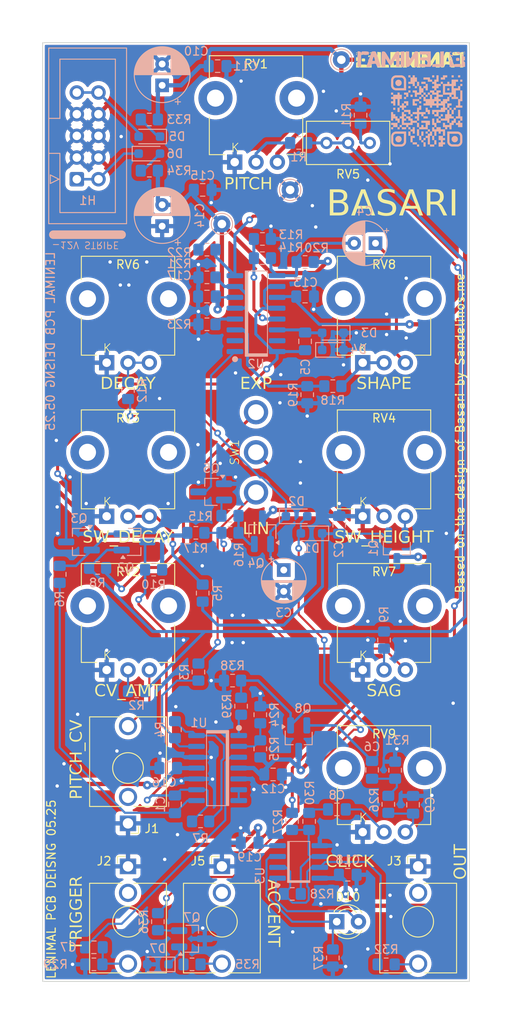
<source format=kicad_pcb>
(kicad_pcb (version 20241229) (generator "pcbnew") (generator_version "9.0")
  (layers (0 "F.Cu" signal) (2 "B.Cu" signal) (13 "F.Paste" user) (15 "B.Paste" user) (5 "F.SilkS" user "F.Silkscreen") (7 "B.SilkS" user "B.Silkscreen") (1 "F.Mask" user) (3 "B.Mask" user) (25 "Edge.Cuts" user))
  (net 0 "")
  (net 1 "+12V")
  (net 2 "GNDREF")
  (net 3 "-12V")
  (net 4 "Net-(D3-A)")
  (net 5 "Net-(C1-Pad2)")
  (net 6 "Net-(Q2-C)")
  (net 7 "Net-(D1-K)")
  (net 8 "Net-(D2-K)")
  (net 9 "Net-(C4-Pad1)")
  (net 10 "Net-(C4-Pad2)")
  (net 11 "Net-(Q3-C)")
  (net 12 "Net-(C6-Pad2)")
  (net 13 "Net-(D1-A)")
  (net 14 "Net-(C7-Pad1)")
  (net 15 "Net-(U1A-+)")
  (net 16 "Net-(C8-Pad2)")
  (net 17 "Net-(C8-Pad1)")
  (net 18 "Net-(C9-Pad2)")
  (net 19 "Net-(D5-K)")
  (net 20 "Net-(D5-A)")
  (net 21 "Net-(D6-K)")
  (net 22 "Net-(D6-A)")
  (net 23 "Net-(J1-PadT)")
  (net 27 "Net-(J3-PadT)")
  (net 28 "Net-(Q1-E)")
  (net 29 "Net-(Q2-E)")
  (net 30 "Net-(Q2-B)")
  (net 31 "Net-(Q4-E)")
  (net 32 "Net-(Q5-C)")
  (net 33 "Net-(Q5-E)")
  (net 34 "Net-(R1-Pad1)")
  (net 35 "Net-(R2-Pad1)")
  (net 36 "Net-(SW1-A)")
  (net 37 "Net-(U1D--)")
  (net 38 "Net-(R4-Pad2)")
  (net 39 "Net-(R5-Pad2)")
  (net 40 "Net-(SW1-C)")
  (net 41 "Net-(R9-Pad1)")
  (net 42 "Net-(R11-Pad2)")
  (net 43 "Net-(R12-Pad2)")
  (net 44 "Net-(U2A--)")
  (net 45 "Net-(R16-Pad2)")
  (net 46 "Net-(U2C-+)")
  (net 47 "Net-(R18-Pad2)")
  (net 48 "Net-(R21-Pad2)")
  (net 49 "Net-(R22-Pad2)")
  (net 50 "Net-(U2C--)")
  (net 51 "Net-(U1A--)")
  (net 52 "Net-(U1B--)")
  (net 53 "Net-(D7-K)")
  (net 54 "Net-(SW1-B)")
  (net 57 "Net-(D10-K)")
  (net 58 "Net-(D10-A)")
  (net 60 "Net-(J5-PadT)")
  (net 61 "Net-(Q7-E)")
  (net 62 "Net-(Q8-B)")
  (net 63 "Net-(U3B--)")
  (net 64 "Net-(U3A--)")
  (net 65 "Net-(R39-Pad2)")
  (footprint "Synth:Potentiometer_TT_P0915N" (layer "F.Cu") (at 90 116)
    (property "Reference" "RV7")
    (property "Value" "B100K")
  )
  (footprint "Synth:Potentiometer_TT_P0915N" (layer "F.Cu") (at 60 98)
    (property "Reference" "RV3")
    (property "Value" "B500K")
  )
  (footprint "Synth:Jack_3.5mm_QingPu_WQP-PJ398SM_Vertical_CircularHoles" (layer "F.Cu") (at 60 153)
    (property "Reference" "J2")
    (property "Value" "TRIGGER_IN")
  )
  (footprint "Synth:Potentiometer_TT_P0915N" (layer "F.Cu") (at 90 80)
    (property "Reference" "RV8")
    (property "Value" "B100K")
  )
  (footprint "Synth:LED_D3.0mm" (layer "F.Cu") (at 85.77 153)
    (property "Reference" "D10")
    (property "Value" "LED")
  )
  (footprint "Synth:Potentiometer_TT_P0915N" (layer "F.Cu") (at 60 80)
    (property "Reference" "RV6")
    (property "Value" "B500K")
  )
  (footprint "Synth:lenimal_logo_full" (layer "F.Cu") (at 93.1 52)
    (property "Reference" "G***" (hide yes))
    (property "Value" "LOGO" (hide yes))
  )
  (footprint "Synth:Jack_3.5mm_QingPu_WQP-PJ398SM_Vertical_CircularHoles" (layer "F.Cu") (at 94 153)
    (property "Reference" "J3")
    (property "Value" "OUTPUT")
  )
  (footprint "Synth:Potentiometer_TT_P0915N" (layer "F.Cu") (at 90 98)
    (property "Reference" "RV4")
    (property "Value" "B10K")
  )
  (footprint "Synth:Potentiometer_TT_P0915N" (layer "F.Cu") (at 90 135)
    (property "Reference" "RV9")
    (property "Value" "B100K")
  )
  (footprint "Synth:Jack_3.5mm_QingPu_WQP-PJ398SM_Vertical_CircularHoles" (layer "F.Cu") (at 71 153)
    (property "Reference" "J5")
    (property "Value" "ACCENT_IN")
  )
  (footprint "Synth:Potentiometer_TT_P0915N" (layer "F.Cu") (at 60 116)
    (property "Reference" "RV2")
    (property "Value" "B100K")
  )
  (footprint "Synth:SW_default" (layer "F.Cu") (at 75 98 90)
    (property "Reference" "SW1")
    (property "Value" "SW_SPDT")
  )
  (footprint "Synth:Potentiometer_TT_P0915N" (layer "F.Cu") (at 75 56.5)
    (property "Reference" "RV1")
    (property "Value" "B100K")
  )
  (footprint "Synth:Potentiometer_Bourns_3296W_Vertical" (layer "F.Cu") (at 83.25 61.75 180)
    (property "Reference" "RV5")
    (property "Value" "1K")
  )
  (footprint "Synth:Jack_3.5mm_QingPu_WQP-PJ398SM_Vertical_CircularHoles" (layer "F.Cu") (at 60 135 180)
    (property "Reference" "J1")
    (property "Value" "PITCH_INPUT")
  )
  (footprint "Resistor_SMD:R_0805_2012Metric_Pad1.20x1.40mm_HandSolder" (layer "B.Cu") (at 84 90.25)
    (property "Reference" "R18")
    (property "Value" "6K8")
  )
  (footprint "Resistor_SMD:R_0805_2012Metric_Pad1.20x1.40mm_HandSolder" (layer "B.Cu") (at 87.25 58.5 -90)
    (property "Reference" "R11")
    (property "Value" "1K5")
  )
  (footprint "Resistor_SMD:R_0805_2012Metric_Pad1.20x1.40mm_HandSolder" (layer "B.Cu") (at 60 90.75 90)
    (property "Reference" "R12")
    (property "Value" "10K")
  )
  (footprint "synth-gfx:github-QR_lenimal_white" (layer "B.Cu") (at 95 58)
    (property "Reference" "G***" (hide yes))
    (property "Value" "LOGO" (hide yes))
  )
  (footprint "Synth:SOIC-16" (layer "B.Cu") (at 75 81.75)
    (property "Reference" "U2")
    (property "Value" "LM13700")
  )
  (footprint "Resistor_SMD:R_0805_2012Metric_Pad1.20x1.40mm_HandSolder" (layer "B.Cu") (at 80.75 75.7 180)
    (property "Reference" "R20")
    (property "Value" "3K3")
  )
  (footprint "Resistor_SMD:R_0805_2012Metric_Pad1.20x1.40mm_HandSolder" (layer "B.Cu") (at 91.3 135.25 90)
    (property "Reference" "R31")
    (property "Value" "22K")
  )
  (footprint "Capacitor_SMD:C_0805_2012Metric_Pad1.18x1.45mm_HandSolder" (layer "B.Cu") (at 80.75 79.75)
    (property "Reference" "C13")
    (property "Value" "100nF")
  )
  (footprint "Resistor_SMD:R_0805_2012Metric_Pad1.20x1.40mm_HandSolder" (layer "B.Cu") (at 79.225 141.25 -90)
    (property "Reference" "R27")
    (property "Value" "100K")
  )
  (footprint "Capacitor_THT:CP_Radial_D5.0mm_P2.50mm" (layer "B.Cu") (at 78.25 111.794888 -90)
    (property "Reference" "C3")
    (property "Value" "2.2uF")
  )
  (footprint "Capacitor_SMD:C_0805_2012Metric_Pad1.18x1.45mm_HandSolder" (layer "B.Cu") (at 84.475 139.845 180)
    (property "Reference" "C8")
    (property "Value" "10nF")
  )
  (footprint "Resistor_SMD:R_0805_2012Metric_Pad1.20x1.40mm_HandSolder" (layer "B.Cu") (at 84 157.25 -90)
    (property "Reference" "R37")
    (property "Value" "1K")
  )
  (footprint "Resistor_SMD:R_0805_2012Metric_Pad1.20x1.40mm_HandSolder" (layer "B.Cu") (at 61 126)
    (property "Reference" "R2")
    (property "Value" "100K")
  )
  (footprint "Diode_SMD:D_SOD-323_HandSoldering" (layer "B.Cu") (at 79.75 105.5)
    (property "Reference" "D2")
    (property "Value" "1N4148WS")
  )
  (footprint "Capacitor_SMD:C_0805_2012Metric_Pad1.18x1.45mm_HandSolder" (layer "B.Cu") (at 65.5 139.25 -90)
    (property "Reference" "C1")
    (property "Value" "1nF")
  )
  (footprint "Package_TO_SOT_SMD:SOT-23_Handsoldering" (layer "B.Cu") (at 80 131.5 -90)
    (property "Reference" "Q8")
    (property "Value" "MMBT3904")
  )
  (footprint "Package_TO_SOT_SMD:SOT-23_Handsoldering" (layer "B.Cu") (at 75.75 107.25 90)
    (property "Reference" "Q4")
    (property "Value" "MMBT3904")
  )
  (footprint "Capacitor_THT:CP_Radial_D6.3mm_P2.50mm" (layer "B.Cu") (at 64 55 90)
    (property "Reference" "C10")
    (property "Value" "47uF")
  )
  (footprint "Resistor_SMD:R_0805_2012Metric_Pad1.20x1.40mm_HandSolder" (layer "B.Cu") (at 73.25 127.75 -90)
    (property "Reference" "R39")
    (property "Value" "100K")
  )
  (footprint "Synth:IDC-Header_2x05_P2.54mm_Vertical" (layer "B.Cu") (at 54 66)
    (property "Reference" "H1")
    (property "Value" "Conn_02x05_PWR_Eurorack")
  )
  (footprint "Resistor_SMD:R_0805_2012Metric_Pad1.20x1.40mm_HandSolder" (layer "B.Cu") (at 68.25 123.75 -90)
    (property "Reference" "R3")
    (property "Value" "100K")
  )
  (footprint "Resistor_SMD:R_0805_2012Metric_Pad1.20x1.40mm_HandSolder" (layer "B.Cu") (at 75.75 73)
    (property "Reference" "R13")
    (property "Value" "2K2")
  )
  (footprint "Diode_SMD:D_SOD-323_HandSoldering" (layer "B.Cu") (at 84 86)
    (property "Reference" "D4")
    (property "Value" "1N4148WS")
  )
  (footprint "Synth:lenimal_logo_full" (layer "B.Cu") (at 93.120801 51.929483 180)
    (property "Reference" "G***" (hide yes))
    (property "Value" "LOGO" (hide yes))
  )
  (footprint "Resistor_SMD:R_0805_2012Metric_Pad1.20x1.40mm_HandSolder" (layer "B.Cu") (at 67.95 107.4375 180)
    (property "Reference" "R17")
    (property "Value" "10K")
  )
  (footprint "Resistor_SMD:R_0805_2012Metric_Pad1.20x1.40mm_HandSolder" (layer "B.Cu") (at 75.75 75.25 180)
    (property "Reference" "R14")
    (property "Value" "33K")
  )
  (footprint "Resistor_SMD:R_0805_2012Metric_Pad1.20x1.40mm_HandSolder" (layer "B.Cu") (at 52 112.3 -90)
    (property "Reference" "R6")
    (property "Value" "10K")
  )
  (footprint "Resistor_SMD:R_0805_2012Metric_Pad1.20x1.40mm_HandSolder" (layer "B.Cu") (at 63 111.75 180)
    (property "Reference" "R10")
    (property "Value" "1M")
  )
  (footprint "Resistor_SMD:R_0805_2012Metric_Pad1.20x1.40mm_HandSolder" (layer "B.Cu") (at 56.4375 111.55 180)
    (property "Reference" "R8")
    (property "Value" "180K")
  )
  (footprint "Resistor_SMD:R_0805_2012Metric_Pad1.20x1.40mm_HandSolder" (layer "B.Cu") (at 90.5 139.25 -90)
    (property "Reference" "R26")
    (property "Value" "10K")
  )
  (footprint "Resistor_SMD:R_0805_2012Metric_Pad1.20x1.40mm_HandSolder" (layer "B.Cu") (at 75.5 128.75 90)
    (property "Reference" "R24")
    (property "Value" "10K")
  )
  (footprint "Connector_Pin:Pin_D1.0mm_L10.0mm" (layer "B.Cu") (at 71 71.25 90)
    (property "Reference" "TP3" (hide yes))
    (property "Value" "-12V")
  )
  (footprint "Resistor_SMD:R_0805_2012Metric_Pad1.20x1.40mm_HandSolder" (layer "B.Cu") (at 62.5 59)
    (property "Reference" "R33")
    (property "Value" "10R")
  )
  (footprint "Resistor_SMD:R_0805_2012Metric_Pad1.20x1.40mm_HandSolder" (layer "B.Cu") (at 65.5 130.5 90)
    (property "Reference" "R4")
    (property "Value" "100K")
  )
  (footprint "Resistor_SMD:R_0805_2012Metric_Pad1.20x1.40mm_HandSolder" (layer "B.Cu") (at 75.5 132.75 90)
    (property "Reference" "R25")
    (property "Value" "100K")
  )
  (footprint "Capacitor_SMD:C_0805_2012Metric_Pad1.18x1.45mm_HandSolder" (layer "B.Cu") (at 64.7125 135)
    (property "Reference" "C16")
    (property "Value" "100nF")
  )
  (footprint "Resistor_SMD:R_0805_2012Metric_Pad1.20x1.40mm_HandSolder" (layer "B.Cu") (at 56 158)
    (property "Reference" "R29")
    (property "Value" "1M")
  )
  (footprint "Resistor_SMD:R_0805_2012Metric_Pad1.20x1.40mm_HandSolder" (layer "B.Cu") (at 69.25 77.5)
    (property "Reference" "R21")
    (property "Value" "10K")
  )
  (footprint "Resistor_SMD:R_0805_2012Metric_Pad1.20x1.40mm_HandSolder" (layer "B.Cu") (at 79.25 149.75 180)
    (property "Reference" "R28")
    (property "Value" "100K")
  )
  (footprint "Capacitor_SMD:C_0805_2012Metric_Pad1.18x1.45mm_HandSolder" (layer "B.Cu") (at 70.5 52.75)
    (property "Reference" "C11")
    (property "Value" "100nF")
  )
  (footprint "Resistor_SMD:R_0805_2012Metric_Pad1.20x1.40mm_HandSolder" (layer "B.Cu") (at 68.5 141.25 180)
    (property "Reference" "R7")
    (property "Value" "68K")
  )
  (footprint "Capacitor_THT:CP_Radial_D6.3mm_P2.50mm" (layer "B.Cu") (at 64 71.5 90)
    (property "Reference" "C14")
    (property "Value" "47uF")
  )
  (footprint "Resistor_SMD:R_0805_2012Metric_Pad1.20x1.40mm_HandSolder" (layer "B.Cu") (at 68.75 114.5 90)
    (property "Reference" "R5")
    (property "Value" "10K")
  )
  (footprint "Diode_SMD:D_SOD-323_HandSoldering" (layer "B.Cu") (at 81.5 107.5 180)
    (property "Reference" "D1")
    (property "Value" "1N4148WS")
  )
  (footprint "Diode_SMD:D_SOD-323_HandSoldering" (layer "B.Cu") (at 62.5 63)
    (property "Reference" "D6")
    (property "Value" "1N5819WS")
  )
  (footprint "Package_TO_SOT_SMD:SOT-23_Handsoldering" (layer "B.Cu") (at 60.75 108.5)
    (property "Reference" "Q2")
    (property "Value" "MMBT3906")
  )
  (footprint "Capacitor_SMD:C_0805_2012Metric_Pad1.18x1.45mm_HandSolder" (layer "B.Cu") (at 74.25 143.75)
    (property "Reference" "C19")
    (property "Value" "100nF")
  )
  (footprint "Capacitor_SMD:C_0805_2012Metric_Pad1.18x1.45mm_HandSolder" (layer "B.Cu") (at 85.75 147.5)
    (property "Reference" "C18")
    (property "Value" "100nF")
  )
  (footprint "Package_TO_SOT_SMD:SOT-23_Handsoldering" (layer "B.Cu") (at 69.75 102.6375 180)
    (property "Reference" "Q5")
    (property "Value" "MMBT3906")
  )
  (footprint "Synth:SOIC-14" (layer "B.Cu") (at 70.5 135 180)
    (property "Reference" "U1")
    (property "Value" "TL074")
  )
  (footprint "Capacitor_SMD:C_0805_2012Metric_Pad1.18x1.45mm_HandSolder" (layer "B.Cu") (at 88.6 135.2125 -90)
    (property "Reference" "C6")
    (property "Value" "33nF")
  )
  (footprint "Resistor_SMD:R_0805_2012Metric_Pad1.20x1.40mm_HandSolder" (layer "B.Cu") (at 69.25 83 180)
    (property "Reference" "R23")
    (property "Value" "1K5")
  )
  (footprint "Capacitor_SMD:C_0805_2012Metric_Pad1.18x1.45mm_HandSolder" (layer "B.Cu") (at 68.75 67.25 180)
    (property "Reference" "C15")
    (property "Value" "100nF")
  )
  (footprint "Diode_SMD:D_SOD-323_HandSoldering" (layer "B.Cu") (at 62.5 61 180)
    (property "Reference" "D5")
    (property "Value" "1N5819WS")
  )
  (footprint "Package_TO_SOT_SMD:SOT-23_Handsoldering" (layer "B.Cu") (at 54.25 108.5 180)
    (property "Reference" "Q3")
    (property "Value" "MMBT3906")
  )
  (footprint "Capacitor_SMD:C_0805_2012Metric_Pad1.18x1.45mm_HandSolder" (layer "B.Cu") (at 56 156 180)
    (property "Reference" "C7")
    (property "Value" "2.2nF")
  )
  (footprint "Resistor_SMD:R_0805_2012Metric_Pad1.20x1.40mm_HandSolder" (layer "B.Cu") (at 62.5 65)
    (property "Reference" "R34")
    (property "Value" "10R")
  )
  (footprint "Resistor_SMD:R_0805_2012Metric_Pad1.20x1.40mm_HandSolder" (layer "B.Cu") (at 69.25 74.25)
    (property "Reference" "R22")
    (property "Value" "10K")
  )
  (footprint "Capacitor_SMD:C_0805_2012Metric_Pad1.18x1.45mm_HandSolder" (layer "B.Cu") (at 77 135.75)
    (property "Reference" "C12")
    (property "Value" "100nF")
  )
  (footprint "Resistor_SMD:R_0805_2012Metric_Pad1.20x1.40mm_HandSolder" (layer "B.Cu") (at 67.5 158)
    (property "Reference" "R35")
    (property "Value" "1K")
  )
  (footprint "Capacitor_SMD:C_0805_2012Metric_Pad1.18x1.45mm_HandSolder" (layer "B.Cu") (at 80.75 85 90)
    (property "Reference" "C5")
    (property "Value" "47nF")
  )
  (footprint "Capacitor_THT:CP_Radial_D5.0mm_P2.50mm" (layer "B.Cu") (at 89 73.5 180)
    (property "Reference" "C4")
    (property "Value" "2.2uF")
  )
  (footprint "Resistor_SMD:R_0805_2012Metric_Pad1.20x1.40mm_HandSolder" (layer "B.Cu") (at 80 61.75)
    (property "Reference" "R1")
    (property "Value" "330K")
  )
  (footprint "Resistor_SMD:R_0805_2012Metric_Pad1.20x1.40mm_HandSolder" (layer "B.Cu") (at 71.95 105.4375 180)
    (property "Reference" "R15")
    (property "Value" "10K")
  )
  (footprint "Resistor_SMD:R_0805_2012Metric_Pad1.20x1.40mm_HandSolder" (layer "B.Cu") (at 90.25 158)
    (property "Reference" "R32")
    (property "Value" "1K")
  )
  (footprint "Diode_SMD:D_SOD-323_HandSoldering" (layer "B.Cu") (at 84 84 180)
    (property "Reference" "D3")
    (property "Value" "1N4148WS")
  )
  (footprint "Capacitor_SMD:C_0805_2012Metric_Pad1.18x1.45mm_HandSolder" (layer "B.Cu") (at 69.25 79.75)
    (property "Reference" "C17")
    (property "Value" "100nF")
  )
  (footprint "Package_TO_SOT_SMD:SOT-23_Handsoldering" (layer "B.Cu") (at 91.5 109.25 -90)
    (property "Reference" "Q1")
    (property "Value" "MMBT3904")
  )
  (footprint "Synth:SOIC-8" (layer "B.Cu") (at 80 146)
    (property "Reference" "U3")
    (property "Value" "TL072")
  )
  (footprint "Connector_Pin:Pin_D1.0mm_L10.0mm" (layer "B.Cu") (at 85 52 90)
    (property "Reference" "TP1" (hide yes))
    (property "Value" "+12V")
  )
  (footprint "Resistor_SMD:R_0805_2012Metric_Pad1.20x1.40mm_HandSolder" (layer "B.Cu") (at 72.25 124.75)
    (property "Reference" "R38")
    (property "Value" "120K")
  )
  (footprint "Resistor_SMD:R_0805_2012Metric_Pad1.20x1.40mm_HandSolder" (layer "B.Cu") (at 81 91.25 -90)
    (property "Reference" "R19")
    (property "Value" "1K5")
  )
  (footprint "Package_TO_SOT_SMD:SOT-23_Handsoldering" (layer "B.Cu") (at 67.5 155)
    (property "Reference" "Q7")
    (property "Value" "MMBT3906")
  )
  (footprint "Connector_Pin:Pin_D1.0mm_L10.0mm" (layer "B.Cu") (at 79 67.25 90)
    (property "Reference" "TP2" (hide yes))
    (property "Value" "GND")
  )
  (footprint "Resistor_SMD:R_0805_2012Metric_Pad1.20x1.40mm_HandSolder" (layer "B.Cu") (at 90 120 90)
    (property "Reference" "R9")
    (property "Value" "1M")
  )
  (footprint "Resistor_SMD:R_0805_2012Metric_Pad1.20x1.40mm_HandSolder" (layer "B.Cu") (at 63.5 153 -90)
    (property "Reference" "R36")
    (property "Value" "22K")
  )
  (footprint "Resistor_SMD:R_0805_2012Metric_Pad1.20x1.40mm_HandSolder" (layer "B.Cu") (at 71.95 107.4375 180)
    (property "Reference" "R16")
    (property "Value" "4K7")
  )
  (footprint "Resistor_SMD:R_0805_2012Metric_Pad1.20x1.40mm_HandSolder" (layer "B.Cu") (at 81.225 141.25 -90)
    (property "Reference" "R30")
    (property "Value" "100K")
  )
  (footprint "Capacitor_SMD:C_0805_2012Metric_Pad1.18x1.45mm_HandSolder" (layer "B.Cu") (at 93.4 139.3 -90)
    (property "Reference" "C9")
    (property "Value" "22nF")
  )
  (footprint "Diode_SMD:D_SOD-323_HandSoldering" (layer "B.Cu") (at 63.5 158 180)
    (property "Reference" "D7")
    (property "Value" "1N4148")
  )
  (footprint "Capacitor_SMD:C_0805_2012Metric_Pad1.18x1.45mm_HandSolder" (layer "B.Cu") (at 84.75 106.5 -90)
    (property "Reference" "C2")
    (property "Value" "470nF")
  )
  (gr_rect (start 50 50) (end 100 160) (stroke (width 0.1)) (fill no) (layer "Edge.Cuts"))
  (gr_text "BASARI" (at 91 69 0) (layer "F.SilkS") (effects (font (size 3 3))))
  (gr_text "SW_HEIGHT" (at 90 108 0) (layer "F.SilkS") (effects (font (size 1.4 1.4))))
  (gr_text "CV_AMT" (at 60 126 0) (layer "F.SilkS") (effects (font (size 1.4 1.4))))
  (gr_text "ACCENT" (at 77 152 270) (layer "F.SilkS") (effects (font (size 1.4 1.4))))
  (gr_text "LENIMAL PCB DEISNG 05.25" (at 51.6 159.8 90) (layer "F.SilkS") (effects (font (size 1 1)) (justify left bottom)))
  (gr_text "OUT" (at 99 146 90) (layer "F.SilkS") (effects (font (size 1.4 1.4))))
  (gr_text "CLICK" (at 86 146 0) (layer "F.SilkS") (effects (font (size 1.4 1.4))))
  (gr_text "Based on the design of Basari by Sandelinos.me" (at 99.5 114.6 90) (layer "F.SilkS") (effects (font (size 1 1)) (justify left bottom)))
  (gr_text "LIN" (at 75 107 0) (layer "F.SilkS") (effects (font (size 1.4 1.4))))
  (gr_text "EXP" (at 75 90 0) (layer "F.SilkS") (effects (font (size 1.4 1.4))))
  (gr_text "SAG" (at 90 126 0) (layer "F.SilkS") (effects (font (size 1.4 1.4))))
  (gr_text "DECAY" (at 60 90 0) (layer "F.SilkS") (effects (font (size 1.4 1.4))))
  (gr_text "PITCH" (at 74.1 66.6 0) (layer "F.SilkS") (effects (font (size 1.4 1.4))))
  (gr_text "TRIGGER" (at 54 152 90) (layer "F.SilkS") (effects (font (size 1.4 1.4))))
  (gr_text "SW_DECAY" (at 60 108 0) (layer "F.SilkS") (effects (font (size 1.4 1.4))))
  (gr_text "SHAPE" (at 90 90 0) (layer "F.SilkS") (effects (font (size 1.4 1.4))))
  (gr_text "PITCH_CV" (at 54 134 90) (layer "F.SilkS") (effects (font (size 1.4 1.4))))
  (gr_text "LENIMAL PCB DEISNG 05.25" (at 51.5 74.4 90) (layer "B.SilkS") (effects (font (size 1 1)) (justify left bottom mirror)))
  (segment (start 96.75 83) (end 93 83) (width 0.5) (layer "F.Cu") (net 1))
  (segment (start 99.5 79.75) (end 99.5 80.25) (width 0.5) (layer "F.Cu") (net 1))
  (segment (start 99.5 126) (end 89.5 126) (width 0.5) (layer "F.Cu") (net 1))
  (segment (start 99.5 80.25) (end 96.75 83) (width 0.5) (layer "F.Cu") (net 1))
  (segment (start 99.5 148.75) (end 97.5 150.75) (width 0.5) (layer "F.Cu") (net 1))
  (segment (start 85 55.5) (end 77.5 63) (width 0.5) (layer "F.Cu") (net 1))
  (segment (start 99.5 80.25) (end 99.5 107.25) (width 0.5) (layer "F.Cu") (net 1))
  (segment (start 99.5 107.25) (end 99.5 126) (width 0.5) (layer "F.Cu") (net 1))
  (segment (start 99.5 107.25) (end 96.5 110.25) (width 0.5) (layer "F.Cu") (net 1))
  (segment (start 97.114 151.136) (end 86.886 151.136) (width 0.5) (layer "F.Cu") (net 1))
  (segment (start 85 52) (end 97 52) (width 0.5) (layer "F.Cu") (net 1))
  (segment (start 97 52) (end 99.5 54.5) (width 0.5) (layer "F.Cu") (net 1))
  (segment (start 85 52) (end 85 55.5) (width 0.5) (layer "F.Cu") (net 1))
  (segment (start 89 110.25) (end 83.5 104.75) (width 0.5) (layer "F.Cu") (net 1))
  (segment (start 99.5 126) (end 99.5 142.25) (width 0.5) (layer "F.Cu") (net 1))
  (segment (start 94 110.25) (end 89 110.25) (width 0.5) (layer "F.Cu") (net 1))
  (segment (start 86.886 151.136) (end 85.5 149.75) (width 0.5) (layer "F.Cu") (net 1))
  (segment (start 99.5 54.5) (end 99.5 79.75) (width 0.5) (layer "F.Cu") (net 1))
  (segment (start 83.5 104.75) (end 77 104.75) (width 0.5) (layer "F.Cu") (net 1))
  (segment (start 89.5 126) (end 80.25 135.25) (width 0.5) (layer "F.Cu") (net 1))
  (segment (start 96.5 110.25) (end 94 110.25) (width 0.5) (layer "F.Cu") (net 1))
  (segment (start 99.5 142.25) (end 99.5 148.75) (width 0.5) (layer "F.Cu") (net 1))
  (segment (start 77.5 63) (end 77.5 64) (width 0.5) (layer "F.Cu") (net 1))
  (segment (start 97.5 150.75) (end 97.114 151.136) (width 0.5) (layer "F.Cu") (net 1))
  (via (at 94 110.25) (size 1) (drill 0.4) (layers "F.Cu" "B.Cu") (net 1))
  (via (at 85.5 149.75) (size 1) (drill 0.4) (layers "F.Cu" "B.Cu") (net 1))
  (via (at 93 83) (size 1) (drill 0.4) (layers "F.Cu" "B.Cu") (net 1))
  (via (at 80.25 135.25) (size 1) (drill 0.4) (layers "F.Cu" "B.Cu") (net 1))
  (via (at 77 104.75) (size 1) (drill 0.4) (layers "F.Cu" "B.Cu") (net 1))
  (segment (start 84.3075 147.905) (end 82.475 147.905) (width 0.5) (layer "B.Cu") (net 1))
  (segment (start 66.2125 55) (end 68.4625 52.75) (width 0.5) (layer "B.Cu") (net 1))
  (segment (start 94 110.25) (end 91.5625 110.25) (width 0.5) (layer "B.Cu") (net 1))
  (segment (start 69.4625 51.0375) (end 69.75 50.75) (width 0.5) (layer "B.Cu") (net 1))
  (segment (start 75.4625 135.75) (end 74.7125 135) (width 0.5) (layer "B.Cu") (net 1))
  (segment (start 84.7125 147.5) (end 84.3075 147.905) (width 0.5) (layer "B.Cu") (net 1))
  (segment (start 74.7125 135) (end 72.975 135) (width 0.5) (layer "B.Cu") (net 1))
  (segment (start 68.4625 52.75) (end 69.4625 52.75) (width 0.5) (layer "B.Cu") (net 1))
  (segment (start 64 55) (end 66.2125 55) (width 0.5) (layer "B.Cu") (net 1))
  (segment (start 82.40257 83) (end 79.7125 80.30993) (width 0.35) (layer "B.Cu") (net 1))
  (segment (start 77.2125 134) (end 76.6385 134.574) (width 0.5) (layer "B.Cu") (net 1))
  (segment (start 76 105.75) (end 77 104.75) (width 0.5) (layer "B.Cu") (net 1))
  (segment (start 79 134) (end 77.2125 134) (width 0.5) (layer "B.Cu") (net 1))
  (segment (start 85.5 148.2875) (end 84.7125 147.5) (width 0.5) (layer "B.Cu") (net 1))
  (segment (start 80.25 135.25) (end 79 134) (width 0.5) (layer "B.Cu") (net 1))
  (segment (start 79.7125 79.75) (end 77.57 79.75) (width 0.35) (layer "B.Cu") (net 1))
  (segment (start 79.7125 80.30993) (end 79.7125 79.75) (width 0.35) (layer "B.Cu") (net 1))
  (segment (start 63.5 55.5) (end 64 55) (width 0.5) (layer "B.Cu") (net 1))
  (segment (start 63.5 59) (end 63.5 55.5) (width 0.5) (layer "B.Cu") (net 1))
  (segment (start 75.9625 135.25) (end 75.9625 135.75) (width 0.5) (layer "B.Cu") (net 1))
  (segment (start 77.57 79.75) (end 77.475 79.845) (width 0.35) (layer "B.Cu") (net 1))
  (segment (start 69.4625 52.75) (end 69.4625 51.0375) (width 0.5) (layer "B.Cu") (net 1))
  (segment (start 76.6385 134.574) (end 76.324 134.574) (width 0.5) (layer "B.Cu") (net 1))
  (segment (start 69.75 50.75) (end 83.75 50.75) (width 0.5) (layer "B.Cu") (net 1))
  (segment (start 80 135) (end 80.25 135.25) (width 0.5) (layer "B.Cu") (net 1))
  (segment (start 76.6385 134.574) (end 75.9625 135.25) (width 0.5) (layer "B.Cu") (net 1))
  (segment (start 80 133) (end 80 135) (width 0.5) (layer "B.Cu") (net 1))
  (segment (start 75.75 105.75) (end 76 105.75) (width 0.5) (layer "B.Cu") (net 1))
  (segment (start 91.5625 110.25) (end 91.5 110.1875) (width 0.5) (layer "B.Cu") (net 1))
  (segment (start 76.324 134.574) (end 75.5 133.75) (width 0.5) (layer "B.Cu") (net 1))
  (segment (start 85.5 149.75) (end 85.5 148.2875) (width 0.5) (layer "B.Cu") (net 1))
  (segment (start 83.75 50.75) (end 85 52) (width 0.5) (layer "B.Cu") (net 1))
  (segment (start 93 83) (end 82.40257 83) (width 0.35) (layer "B.Cu") (net 1))
  (segment (start 75.9625 135.75) (end 75.4625 135.75) (width 0.5) (layer "B.Cu") (net 1))
  (via (at 92.6 77.6) (size 0.8) (drill 0.4) (layers "F.Cu" "B.Cu") (net 2))
  (via (at 81.6 69.1) (size 0.8) (drill 0.4) (layers "F.Cu" "B.Cu") (net 2))
  (via (at 90.3 81.8) (size 0.8) (drill 0.4) (layers "F.Cu" "B.Cu") (net 2))
  (via (at 88.1 66.1) (size 0.8) (drill 0.4) (layers "F.Cu" "B.Cu") (net 2))
  (via (at 78.475 137.25) (size 0.8) (drill 0.4) (layers "F.Cu" "B.Cu") (net 2))
  (via (at 91.5 132.75) (size 0.8) (drill 0.4) (layers "F.Cu" "B.Cu") (net 2))
  (via (at 51.75 107.5) (size 0.8) (drill 0.4) (layers "F.Cu" "B.Cu") (net 2))
  (via (at 82 71.6) (size 0.8) (drill 0.4) (layers "F.Cu" "B.Cu") (net 2))
  (via (at 88.1 156.2) (size 0.8) (drill 0.4) (layers "F.Cu" "B.Cu") (net 2))
  (via (at 72.6 100.9) (size 0.8) (drill 0.4) (layers "F.Cu" "B.Cu") (net 2))
  (via (at 81 93.75) (size 0.8) (drill 0.4) (layers "F.Cu" "B.Cu") (net 2))
  (via (at 53.5 158) (size 0.8) (drill 0.4) (layers "F.Cu" "B.Cu") (net 2))
  (via (at 91.9 117.8) (size 0.8) (drill 0.4) (layers "F.Cu" "B.Cu") (net 2))
  (via (at 65.8 142.8) (size 0.8) (drill 0.4) (layers "F.Cu" "B.Cu") (net 2))
  (via (at 73.5 120.3) (size 0.8) (drill 0.4) (layers "F.Cu" "B.Cu") (net 2))
  (via (at 82.6 150.9) (size 0.8) (drill 0.4) (layers "F.Cu" "B.Cu") (net 2))
  (via (at 69.75 133.75) (size 0.8) (drill 0.4) (layers "F.Cu" "B.Cu") (net 2))
  (via (at 59.1 78.4) (size 0.8) (drill 0.4) (layers "F.Cu" "B.Cu") (net 2))
  (via (at 60.1 78.4) (size 0.8) (drill 0.4) (layers "F.Cu" "B.Cu") (net 2))
  (via (at 53.2 100.9) (size 0.8) (drill 0.4) (layers "F.Cu" "B.Cu") (net 2))
  (via (at 63.7 91.7) (size 0.8) (drill 0.4) (layers "F.Cu" "B.Cu") (net 2))
  (via (at 90.7 149.9) (size 0.8) (drill 0.4) (layers "F.Cu" "B.Cu") (net 2))
  (via (at 98.1 127.4) (size 0.8) (drill 0.4) (layers "F.Cu" "B.Cu") (net 2))
  (via (at 77.8 92.2) (size 0.8) (drill 0.4) (layers "F.Cu" "B.Cu") (net 2))
  (via (at 97.3 107.5) (size 0.8) (drill 0.4) (layers "F.Cu" "B.Cu") (net 2))
  (via (at 76.75 71.5) (size 0.8) (drill 0.4) (layers "F.Cu" "B.Cu") (net 2))
  (via (at 80.2 99.1) (size 0.8) (drill 0.4) (layers "F.Cu" "B.Cu") (net 2))
  (via (at 88.1 120) (size 0.8) (drill 0.4) (layers "F.Cu" "B.Cu") (net 2))
  (via (at 79.3 154.2) (size 0.8) (drill 0.4) (layers "F.Cu" "B.Cu") (net 2))
  (via (at 57.9 75.7) (size 0.8) (drill 0.4) (layers "F.Cu" "B.Cu") (net 2))
  (via (at 68.25 81.5) (size 0.8) (drill 0.4) (layers "F.Cu" "B.Cu") (net 2))
  (via (at 66.5 120) (size 0.8) (drill 0.4) (layers "F.Cu" "B.Cu") (net 2))
  (via (at 59.2 61) (size 0.8) (drill 0.4) (layers "F.Cu" "B.Cu") (net 2))
  (via (at 84.75 104) (size 0.8) (drill 0.4) (layers "F.Cu" "B.Cu") (net 2))
  (via (at 84.4 58) (size 0.8) (drill 0.4) (layers "F.Cu" "B.Cu") (net 2))
  (via (at 72.6 88.7) (size 0.8) (drill 0.4) (layers "F.Cu" "B.Cu") (net 2))
  (via (at 64.7 104) (size 0.8) (drill 0.4) (layers "F.Cu" "B.Cu") (net 2))
  (via (at 72.2 120.3) (size 0.8) (drill 0.4) (layers "F.Cu" "B.Cu") (net 2))
  (via (at 90.7 64.2) (size 0.8) (drill 0.4) (layers "F.Cu" "B.Cu") (net 2))
  (via (at 90.8 152.4) (size 0.8) (drill 0.4) (layers "F.Cu" "B.Cu") (net 2))
  (via (at 68.7 111.3) (size 0.8) (drill 0.4) (layers "F.Cu" "B.Cu") (net 2))
  (via (at 72.2 117.1) (size 0.8) (drill 0.4) (layers "F.Cu" "B.Cu") (net 2))
  (via (at 81.75 81.25) (size 0.8) (drill 0.4) (layers "F.Cu" "B.Cu") (net 2))
  (via (at 85.5 158.25) (size 0.8) (drill 0.4) (layers "F.Cu" "B.Cu") (net 2))
  (via (at 88.1 117.8) (size 0.8) (drill 0.4) (layers "F.Cu" "B.Cu") (net 2))
  (via (at 92.6 84.6) (size 0.8) (drill 0.4) (layers "F.Cu" "B.Cu") (net 2))
  (via (at 68.2 97.1) (size 0.8) (drill 0.4) (layers "F.Cu" "B.Cu") (net 2))
  (via (at 90.3 84.2) (size 0.8) (drill 0.4) (layers "F.Cu" "B.Cu") (net 2))
  (via (at 55.1 104) (size 0.8) (drill 0.4) (layers "F.Cu" "B.Cu") (net 2))
  (via (at 51.6 96.6) (size 0.8) (drill 0.4) (layers "F.Cu" "B.Cu") (net 2))
  (via (at 52.5 134.5) (size 0.8) (drill 0.4) (layers "F.Cu" "B.Cu") (net 2))
  (via (at 51.7 137.1) (size 0.8) (drill 0.4) (layers "F.Cu" "B.Cu") (net 2))
  (via (at 63.75 133.25) (size 0.8) (drill 0.4) (layers "F.Cu" "B.Cu") (net 2))
  (via (at 87.25 56) (size 0.8) (drill 0.4) (layers "F.Cu" "B.Cu") (net 2))
  (via (at 58.7 133) (size 0.8) (drill 0.4) (layers "F.Cu" "B.Cu") (net 2))
  (via (at 68.25 101.5) (size 0.8) (drill 0.4) (layers "F.Cu" "B.Cu") (net 2))
  (via (at 70.3 129.6) (size 0.8) (drill 0.4) (layers "F.Cu" "B.Cu") (net 2))
  (via (at 51.7 104.4) (size 0.8) (drill 0.4) (layers "F.Cu" "B.Cu") (net 2))
  (via (at 69.75 124.75) (size 0.8) (drill 0.4) (layers "F.Cu" "B.Cu") (net 2))
  (via (at 69.9 136.3) (size 0.8) (drill 0.4) (layers "F.Cu" "B.Cu") (net 2))
  (via (at 92.5 120.1) (size 0.8) (drill 0.4) (layers "F.Cu" "B.Cu") (net 2))
  (via (at 62.2 75.7) (size 0.8) (drill 0.4) (layers "F.Cu" "B.Cu") (net 2))
  (via (at 65.6 127.8) (size 0.8) (drill 0.4) (layers "F.Cu" "B.Cu") (net 2))
  (via (at 74.75 137.5) (size 0.8) (drill 0.4) (layers "F.Cu" "B.Cu") (net 2))
  (via (at 85.25 87.75) (size 0.8) (drill 0.4) (layers "F.Cu" "B.Cu") (net 2))
  (via (at 54.1 128.7) (size 0.8) (drill 0.4) (layers "F.Cu" "B.Cu") (net 2))
  (via (at 80.2 101.6) (size 0.8) (drill 0.4) (layers "F.Cu" "B.Cu") (net 2))
  (via (at 86.75 149.25) (size 0.8) (drill 0.4) (layers "F.Cu" "B.Cu") (net 2))
  (via (at 86.75 84) (size 0.8) (drill 0.4) (layers "F.Cu" "B.Cu") (net 2))
  (via (at 84.5 144) (size 0.8) (drill 0.4) (layers "F.Cu" "B.Cu") (net 2))
  (via (at 57.5 121.2) (size 0.8) (drill 0.4) (layers "F.Cu" "B.Cu") (net 2))
  (via (at 66.25 136.5) (size 0.8) (drill 0.4) (layers "F.Cu" "B.Cu") (net 2))
  (via (at 95.6 138.2) (size 0.8) (drill 0.4) (layers "F.Cu" "B.Cu") (net 2))
  (via (at 77.9 88.9) (size 0.8) (drill 0.4) (layers "F.Cu" "B.Cu") (net 2))
  (via (at 73.2 142) (size 0.8) (drill 0.4) (layers "F.Cu" "B.Cu") (net 2))
  (via (at 70.8 99.3) (size 0.8) (drill 0.4) (layers "F.Cu" "B.Cu") (net 2))
  (via (at 73.25 54.5) (size 0.8) (drill 0.4) (layers "F.Cu" "B.Cu") (net 2))
  (via (at 68.75 153.75) (size 0.8) (drill 0.4) (layers "F.Cu" "B.Cu") (net 2))
  (via (at 64.3 145.7) (size 0.8) (drill 0.4) (layers "F.Cu" "B.Cu") (net 2))
  (via (at 69.75 68.75) (size 0.8) (drill 0.4) (layers "F.Cu" "B.Cu") (net 2))
  (via (at 75.5 126.25) (size 0.8) (drill 0.4) (layers "F.Cu" "B.Cu") (net 2))
  (via (at 68.25 76) (size 0.8) (drill 0.4) (layers "F.Cu" "B.Cu") (net 2))
  (via (at 68.25 84.75) (size 0.8) (drill 0.4) (layers "F.Cu" "B.Cu") (net 2))
  (via (at 73.5 117.1) (size 0.8) (drill 0.4) (layers "F.Cu" "B.Cu") (net 2))
  (via (at 62.25 156.5) (size 0.8) (drill 0.4) (layers "F.Cu" "B.Cu") (net 2))
  (via (at 82.9 55.7) (size 0.8) (drill 0.4) (layers "F.Cu" "B.Cu") (net 2))
  (segment (start 74.75 136.85) (end 74.75 137.5) (width 0.25) (layer "B.Cu") (net 2))
  (segment (start 72.975 136.27) (end 74.17 136.27) (width 0.25) (layer "B.Cu") (net 2))
  (segment (start 74.17 136.27) (end 74.75 136.85) (width 0.25) (layer "B.Cu") (net 2))
  (segment (start 50.501 79.749) (end 50.501 80.25) (width 0.5) (layer "F.Cu") (net 3))
  (segment (start 50.501 134) (end 53.365 136.864) (width 0.5) (layer "F.Cu") (net 3))
  (segment (start 50.501 101.203) (end 57.048 107.75) (width 0.5) (layer "F.Cu") (net 3))
  (segment (start 71 71.25) (end 71 80.75) (width 0.5) (layer "F.Cu") (net 3))
  (segment (start 50.501 80.25) (end 50.501 101.203) (width 0.5) (layer "F.Cu") (net 3))
  (segment (start 82 77) (end 76.75 77) (width 0.5) (layer "F.Cu") (net 3))
  (segment (start 62.114 136.864) (end 62.25 137) (width 0.5) (layer "F.Cu") (net 3))
  (segment (start 53.365 136.864) (end 62.114 136.864) (width 0.5) (layer "F.Cu") (net 3))
  (segment (start 65.25 77) (end 53.25 77) (width 0.5) (layer "F.Cu") (net 3))
  (segment (start 53.25 77) (end 50.501 79.749) (width 0.5) (layer "F.Cu") (net 3))
  (segment (start 71 80.75) (end 70.5 81.25) (width 0.5) (layer "F.Cu") (net 3))
  (segment (start 71 71.25) (end 65.25 77) (width 0.5) (layer "F.Cu") (net 3))
  (segment (start 83.4 75.6) (end 82 77) (width 0.5) (layer "F.Cu") (net 3))
  (segment (start 50.501 134) (end 50.501 140.501) (width 0.5) (layer "F.Cu") (net 3))
  (segment (start 54 144) (end 73.25 144) (width 0.5) (layer "F.Cu") (net 3))
  (segment (start 76.75 77) (end 71 71.25) (width 0.5) (layer "F.Cu") (net 3))
  (segment (start 50.501 140.501) (end 54 144) (width 0.5) (layer "F.Cu") (net 3))
  (segment (start 50.501 101.203) (end 50.501 134) (width 0.5) (layer "F.Cu") (net 3))
  (segment (start 57.048 107.75) (end 64.25 107.75) (width 0.5) (layer "F.Cu") (net 3))
  (segment (start 73.25 144) (end 75.25 142) (width 0.5) (layer "F.Cu") (net 3))
  (via (at 64.25 107.75) (size 1) (drill 0.4) (layers "F.Cu" "B.Cu") (net 3))
  (via (at 70.5 81.25) (size 1) (drill 0.4) (layers "F.Cu" "B.Cu") (net 3))
  (via (at 83.4 75.6) (size 1) (drill 0.4) (layers "F.Cu" "B.Cu") (net 3))
  (via (at 62.25 137) (size 1) (drill 0.4) (layers "F.Cu" "B.Cu") (net 3))
  (via (at 75.25 142) (size 1) (drill 0.4) (layers "F.Cu" "B.Cu") (net 3))
  (segment (start 64 69) (end 65.9625 69) (width 0.5) (layer "B.Cu") (net 3))
  (segment (start 83.3 75.7) (end 81.75 75.7) (width 0.5) (layer "B.Cu") (net 3))
  (segment (start 64 111.75) (end 64 108) (width 0.5) (layer "B.Cu") (net 3))
  (segment (start 66.6375 107.75) (end 66.95 107.4375) (width 0.5) (layer "B.Cu") (net 3))
  (segment (start 65.9625 69) (end 67.7125 67.25) (width 0.5) (layer "B.Cu") (net 3))
  (segment (start 67.7125 67.25) (end 67.7125 67.9625) (width 0.5) (layer "B.Cu") (net 3))
  (segment (start 68.25 74) (end 71 71.25) (width 0.5) (layer "B.Cu") (net 3))
  (segment (start 64 108) (end 64.25 107.75) (width 0.5) (layer "B.Cu") (net 3))
  (segment (start 83.4 75.6) (end 83.3 75.7) (width 0.5) (layer "B.Cu") (net 3))
  (segment (start 72.525 79.845) (end 70.3825 79.845) (width 0.25) (layer "B.Cu") (net 3))
  (segment (start 70.5 79.9625) (end 70.2875 79.75) (width 0.5) (layer "B.Cu") (net 3))
  (segment (start 63.75 137) (end 65.75 135) (width 0.5) (layer "B.Cu") (net 3))
  (segment (start 70.5 81.25) (end 70.5 79.9625) (width 0.5) (layer "B.Cu") (net 3))
  (segment (start 67.7125 67.9625) (end 71 71.25) (width 0.5) (layer "B.Cu") (net 3))
  (segment (start 77.525 144.095) (end 75.6325 144.095) (width 0.25) (layer "B.Cu") (net 3))
  (segment (start 75.25 142) (end 75.25 143.7125) (width 0.5) (layer "B.Cu") (net 3))
  (segment (start 64.25 107.75) (end 66.6375 107.75) (width 0.5) (layer "B.Cu") (net 3))
  (segment (start 63.5 68.5) (end 64 69) (width 0.5) (layer "B.Cu") (net 3))
  (segment (start 70.3825 79.845) (end 70.2875 79.75) (width 0.25) (layer "B.Cu") (net 3))
  (segment (start 62.25 137) (end 63.75 137) (width 0.5) (layer "B.Cu") (net 3))
  (segment (start 75.25 143.7125) (end 75.2875 143.75) (width 0.5) (layer "B.Cu") (net 3))
  (segment (start 65.75 135) (end 68.025 135) (width 0.5) (layer "B.Cu") (net 3))
  (segment (start 68.25 74.25) (end 68.25 74) (width 0.5) (layer "B.Cu") (net 3))
  (segment (start 63.5 65) (end 63.5 68.5) (width 0.5) (layer "B.Cu") (net 3))
  (segment (start 75.6325 144.095) (end 75.2875 143.75) (width 0.25) (layer "B.Cu") (net 3))
  (segment (start 80.4425 83.655) (end 80.75 83.9625) (width 0.35) (layer "B.Cu") (net 4))
  (segment (start 82.75 84) (end 80.7875 84) (width 0.35) (layer "B.Cu") (net 4))
  (segment (start 80.7875 84) (end 80.75 83.9625) (width 0.35) (layer "B.Cu") (net 4))
  (segment (start 82.75 84) (end 82.75 86) (width 0.35) (layer "B.Cu") (net 4))
  (segment (start 77.475 83.655) (end 80.4425 83.655) (width 0.35) (layer "B.Cu") (net 4))
  (segment (start 52 132.6) (end 52 113.3) (width 0.25) (layer "B.Cu") (net 5))
  (segment (start 65.4515 140.239) (end 59.639 140.239) (width 0.25) (layer "B.Cu") (net 5))
  (segment (start 65.5 140.2875) (end 65.4515 140.239) (width 0.25) (layer "B.Cu") (net 5))
  (segment (start 66.9775 138.81) (end 65.5 140.2875) (width 0.25) (layer "B.Cu") (net 5))
  (segment (start 68.025 138.81) (end 66.9775 138.81) (width 0.25) (layer "B.Cu") (net 5))
  (segment (start 59.639 140.239) (end 52 132.6) (width 0.25) (layer "B.Cu") (net 5))
  (segment (start 64.501 136.499) (end 62.25 138.75) (width 0.3) (layer "F.Cu") (net 6))
  (segment (start 61.25 115.25) (end 61.25 115.824817) (width 0.3) (layer "F.Cu") (net 6))
  (segment (start 61.25 115.824817) (end 64.501 119.075817) (width 0.3) (layer "F.Cu") (net 6))
  (segment (start 64.501 119.075817) (end 64.501 136.499) (width 0.3) (layer "F.Cu") (net 6))
  (via (at 62.25 138.75) (size 0.8) (drill 0.4) (layers "F.Cu" "B.Cu") (net 6))
  (via (at 61.25 115.25) (size 0.8) (drill 0.4) (layers "F.Cu" "B.Cu") (net 6))
  (segment (start 62 111.75) (end 62 108.75) (width 0.3) (layer "B.Cu") (net 6))
  (segment (start 62.25 138.75) (end 62.7875 138.2125) (width 0.3) (layer "B.Cu") (net 6))
  (segment (start 66.1725 137.54) (end 68.025 137.54) (width 0.25) (layer "B.Cu") (net 6))
  (segment (start 62.7875 138.2125) (end 65.5 138.2125) (width 0.3) (layer "B.Cu") (net 6))
  (segment (start 62 108.75) (end 62.25 108.5) (width 0.3) (layer "B.Cu") (net 6))
  (segment (start 62 114.5) (end 61.25 115.25) (width 0.3) (layer "B.Cu") (net 6))
  (segment (start 62 111.75) (end 62 114.5) (width 0.3) (layer "B.Cu") (net 6))
  (segment (start 67.5 141.25) (end 69.326 139.424) (width 0.25) (layer "B.Cu") (net 6))
  (segment (start 69.326 139.424) (end 69.326 137.656) (width 0.25) (layer "B.Cu") (net 6))
  (segment (start 69.21 137.54) (end 68.025 137.54) (width 0.25) (layer "B.Cu") (net 6))
  (segment (start 65.5 138.2125) (end 66.1725 137.54) (width 0.25) (layer "B.Cu") (net 6))
  (segment (start 69.326 137.656) (end 69.21 137.54) (width 0.25) (layer "B.Cu") (net 6))
  (segment (start 68.75 116.5) (end 68.75 115.5) (width 0.35) (layer "B.Cu") (net 7))
  (segment (start 89.775 107.5375) (end 84.75 107.5375) (width 0.25) (layer "B.Cu") (net 7))
  (segment (start 90.55 108.3125) (end 89.775 107.5375) (width 0.25) (layer "B.Cu") (net 7))
  (segment (start 70.5 118.25) (end 68.75 116.5) (width 0.35) (layer "B.Cu") (net 7))
  (segment (start 78.25 118.25) (end 70.5 118.25) (width 0.35) (layer "B.Cu") (net 7))
  (segment (start 82.7875 107.5375) (end 82.7875 113.7125) (width 0.35) (layer "B.Cu") (net 7))
  (segment (start 84.75 107.5375) (end 82.7875 107.5375) (width 0.35) (layer "B.Cu") (net 7))
  (segment (start 82.7875 113.7125) (end 78.25 118.25) (width 0.35) (layer "B.Cu") (net 7))
  (segment (start 82.7875 107.5375) (end 82.75 107.5) (width 0.35) (layer "B.Cu") (net 7))
  (segment (start 70.5 95.75) (end 68.5 93.75) (width 0.25) (layer "F.Cu") (net 8))
  (segment (start 68.5 93.75) (end 60.25 93.75) (width 0.25) (layer "F.Cu") (net 8))
  (via (at 60.25 93.75) (size 0.8) (drill 0.4) (layers "F.Cu" "B.Cu") (net 8))
  (via (at 70.5 95.75) (size 0.8) (drill 0.4) (layers "F.Cu" "B.Cu") (net 8))
  (segment (start 60.25 93.75) (end 60.25 92) (width 0.25) (layer "B.Cu") (net 8))
  (segment (start 76.7 108.75) (end 76.7 110.244888) (width 0.3) (layer "B.Cu") (net 8))
  (segment (start 76.7 108.75) (end 76.7 107.3) (width 0.3) (layer "B.Cu") (net 8))
  (segment (start 75.725288 100.949) (end 75.472712 100.949) (width 0.25) (layer "B.Cu") (net 8))
  (segment (start 60.25 92) (end 60 91.75) (width 0.25) (layer "B.Cu") (net 8))
  (segment (start 75.472712 100.949) (end 70.5 95.976288) (width 0.25) (layer "B.Cu") (net 8))
  (segment (start 78.5 103.723712) (end 75.725288 100.949) (width 0.25) (layer "B.Cu") (net 8))
  (segment (start 76.7 110.244888) (end 78.25 111.794888) (width 0.3) (layer "B.Cu") (net 8))
  (segment (start 76.7 107.3) (end 78.5 105.5) (width 0.3) (layer "B.Cu") (net 8))
  (segment (start 70.5 95.976288) (end 70.5 95.75) (width 0.25) (layer "B.Cu") (net 8))
  (segment (start 78.5 105.5) (end 78.5 103.723712) (width 0.25) (layer "B.Cu") (net 8))
  (segment (start 91.455113 86.455113) (end 91.455113 75.955113) (width 0.35) (layer "F.Cu") (net 9))
  (segment (start 91.455113 75.955113) (end 89 73.5) (width 0.35) (layer "F.Cu") (net 9))
  (segment (start 92.5 87.5) (end 91.455113 86.455113) (width 0.35) (layer "F.Cu") (net 9))
  (segment (start 77.475 77.305) (end 79.695 77.305) (width 0.35) (layer "B.Cu") (net 10))
  (segment (start 79.75 75.25) (end 79.75 75.7) (width 0.35) (layer "B.Cu") (net 10))
  (segment (start 76.75 75.25) (end 76.75 76.58) (width 0.35) (layer "B.Cu") (net 10))
  (segment (start 76.75 76.58) (end 77.475 77.305) (width 0.35) (layer "B.Cu") (net 10))
  (segment (start 81.5 73.5) (end 79.75 75.25) (width 0.35) (layer "B.Cu") (net 10))
  (segment (start 79.75 77.25) (end 79.75 75.7) (width 0.35) (layer "B.Cu") (net 10))
  (segment (start 86.5 73.5) (end 81.5 73.5) (width 0.35) (layer "B.Cu") (net 10))
  (segment (start 79.695 77.305) (end 79.75 77.25) (width 0.35) (layer "B.Cu") (net 10))
  (segment (start 59.889828 90) (end 51.75 98.139828) (width 0.35) (layer "F.Cu") (net 11))
  (segment (start 74.5 90) (end 59.889828 90) (width 0.35) (layer "F.Cu") (net 11))
  (segment (start 51.75 98.139828) (end 51.75 100.5) (width 0.35) (layer "F.Cu") (net 11))
  (segment (start 76.25 88.25) (end 74.5 90) (width 0.35) (layer "F.Cu") (net 11))
  (via (at 51.75 100.5) (size 0.8) (drill 0.4) (layers "F.Cu" "B.Cu") (net 11))
  (via (at 76.25 88.25) (size 0.8) (drill 0.4) (layers "F.Cu" "B.Cu") (net 11))
  (segment (start 74.974 81.92857) (end 74.974 84.147034) (width 0.35) (layer "B.Cu") (net 11))
  (segment (start 77.475 86.195) (end 80.5925 86.195) (width 0.35) (layer "B.Cu") (net 11))
  (segment (start 77.475 78.575) (end 76.500001 78.575) (width 0.35) (layer "B.Cu") (net 11))
  (segment (start 74.974 84.147034) (end 77.021966 86.195) (width 0.35) (layer "B.Cu") (net 11))
  (segment (start 52.75 108.5) (end 52.75 101.512075) (width 0.3) (layer "B.Cu") (net 11))
  (segment (start 77.475 87.025) (end 76.25 88.25) (width 0.35) (layer "B.Cu") (net 11))
  (segment (start 75.78757 81.115) (end 74.974 81.92857) (width 0.35) (layer "B.Cu") (net 11))
  (segment (start 76.531198 81.115) (end 77.475 81.115) (width 0.35) (layer "B.Cu") (net 11))
  (segment (start 77.475 81.115) (end 75.78757 81.115) (width 0.35) (layer "B.Cu") (net 11))
  (segment (start 52.75 101.512075) (end 51.75 100.512075) (width 0.3) (layer "B.Cu") (net 11))
  (segment (start 77.475 86.195) (end 77.475 87.025) (width 0.35) (layer "B.Cu") (net 11))
  (segment (start 76 80.583802) (end 76.531198 81.115) (width 0.35) (layer "B.Cu") (net 11))
  (segment (start 76.500001 78.575) (end 76 79.075001) (width 0.35) (layer "B.Cu") (net 11))
  (segment (start 76 79.075001) (end 76 80.583802) (width 0.35) (layer "B.Cu") (net 11))
  (segment (start 80.5925 86.195) (end 80.75 86.0375) (width 0.35) (layer "B.Cu") (net 11))
  (segment (start 77.021966 86.195) (end 77.475 86.195) (width 0.35) (layer "B.Cu") (net 11))
  (segment (start 51.75 100.512075) (end 51.75 100.5) (width 0.3) (layer "B.Cu") (net 11))
  (segment (start 91.5 136.45) (end 91.5 137.25) (width 0.25) (layer "B.Cu") (net 12))
  (segment (start 91.5 137.25) (end 90.5 138.25) (width 0.25) (layer "B.Cu") (net 12))
  (segment (start 91.3 136.25) (end 91.5 136.45) (width 0.25) (layer "B.Cu") (net 12))
  (segment (start 88.6 136.25) (end 91.3 136.25) (width 0.25) (layer "B.Cu") (net 12))
  (segment (start 80 117) (end 80 109.25) (width 0.25) (layer "F.Cu") (net 13))
  (segment (start 83 120) (end 80 117) (width 0.25) (layer "F.Cu") (net 13))
  (via (at 83 120) (size 0.8) (drill 0.4) (layers "F.Cu" "B.Cu") (net 13))
  (via (at 80 109.25) (size 0.8) (drill 0.4) (layers "F.Cu" "B.Cu") (net 13))
  (segment (start 83 125) (end 83 120) (width 0.25) (layer "B.Cu") (net 13))
  (segment (start 89.25 133.525) (end 89.25 131.25) (width 0.25) (layer "B.Cu") (net 13))
  (segment (start 84.425 130) (end 88.6 134.175) (width 0.3) (layer "B.Cu") (net 13))
  (segment (start 80.25 107.5) (end 80.25 106.25) (width 0.25) (layer "B.Cu") (net 13))
  (segment (start 88.6 134.175) (end 89.25 133.525) (width 0.25) (layer "B.Cu") (net 13))
  (segment (start 80.25 106.25) (end 81 105.5) (width 0.25) (layer "B.Cu") (net 13))
  (segment (start 80 107.75) (end 80.25 107.5) (width 0.25) (layer "B.Cu") (net 13))
  (segment (start 80.95 130) (end 84.425 130) (width 0.3) (layer "B.Cu") (net 13))
  (segment (start 80 109.25) (end 80 107.75) (width 0.25) (layer "B.Cu") (net 13))
  (segment (start 89.25 131.25) (end 83 125) (width 0.25) (layer "B.Cu") (net 13))
  (segment (start 57.0375 156) (end 57.0375 157.9625) (width 0.25) (layer "B.Cu") (net 14))
  (segment (start 57 158) (end 57.25 158) (width 0.25) (layer "B.Cu") (net 14))
  (segment (start 57.33 157.92) (end 60 157.92) (width 0.25) (layer "B.Cu") (net 14))
  (segment (start 57.25 158) (end 57.33 157.92) (width 0.25) (layer "B.Cu") (net 14))
  (segment (start 57.0375 157.9625) (end 57 158) (width 0.25) (layer "B.Cu") (net 14))
  (segment (start 72.000001 133.73) (end 71.4 134.330001) (width 0.25) (layer "B.Cu") (net 15))
  (segment (start 71.4 134.330001) (end 71.4 141.1) (width 0.25) (layer "B.Cu") (net 15))
  (segment (start 57.7125 153.25) (end 54.9625 156) (width 0.25) (layer "B.Cu") (net 15))
  (segment (start 72.975 133.73) (end 72.000001 133.73) (width 0.25) (layer "B.Cu") (net 15))
  (segment (start 71.4 141.1) (end 59.25 153.25) (width 0.25) (layer "B.Cu") (net 15))
  (segment (start 59.25 153.25) (end 57.7125 153.25) (width 0.25) (layer "B.Cu") (net 15))
  (segment (start 83.4375 139.845) (end 81.63 139.845) (width 0.25) (layer "B.Cu") (net 16))
  (segment (start 81.63 139.845) (end 81.225 140.25) (width 0.25) (layer "B.Cu") (net 16))
  (segment (start 90 142.5) (end 87.345 139.845) (width 0.25) (layer "B.Cu") (net 17))
  (segment (start 87.345 139.845) (end 85.5125 139.845) (width 0.25) (layer "B.Cu") (net 17))
  (segment (start 92.5 142.4) (end 92.5 142.5) (width 0.25) (layer "B.Cu") (net 18))
  (segment (start 93.4 140.3375) (end 93.4 141.5) (width 0.25) (layer "B.Cu") (net 18))
  (segment (start 93.4 141.5) (end 92.5 142.4) (width 0.25) (layer "B.Cu") (net 18))
  (segment (start 90.5875 140.3375) (end 90.5 140.25) (width 0.25) (layer "B.Cu") (net 18))
  (segment (start 93.4 140.3375) (end 90.5875 140.3375) (width 0.25) (layer "B.Cu") (net 18))
  (segment (start 63.75 61) (end 63.5 61) (width 0.3) (layer "B.Cu") (net 19))
  (segment (start 63.5 61) (end 61.5 59) (width 0.3) (layer "B.Cu") (net 19))
  (segment (start 54 55.84) (end 56.54 55.84) (width 0.3) (layer "B.Cu") (net 20))
  (segment (start 61.25 60.55) (end 56.54 55.84) (width 0.3) (layer "B.Cu") (net 20))
  (segment (start 61.25 61) (end 61.25 60.55) (width 0.3) (layer "B.Cu") (net 20))
  (segment (start 61.25 63) (end 59.54 63) (width 0.3) (layer "B.Cu") (net 21))
  (segment (start 54 66) (end 56.54 66) (width 0.3) (layer "B.Cu") (net 21))
  (segment (start 59.54 63) (end 56.54 66) (width 0.3) (layer "B.Cu") (net 21))
  (segment (start 61.5 65) (end 61.75 65) (width 0.3) (layer "B.Cu") (net 22))
  (segment (start 61.75 65) (end 63.75 63) (width 0.3) (layer "B.Cu") (net 22))
  (segment (start 62.5 123.5) (end 62.5 127.58) (width 0.25) (layer "F.Cu") (net 23))
  (segment (start 62.5 127.58) (end 60 130.08) (width 0.25) (layer "F.Cu") (net 23))
  (segment (start 93.92 158) (end 94 157.92) (width 0.25) (layer "B.Cu") (net 27))
  (segment (start 91.25 158) (end 93.92 158) (width 0.25) (layer "B.Cu") (net 27))
  (segment (start 92.45 105.55) (end 92.5 105.5) (width 0.25) (layer "B.Cu") (net 28))
  (segment (start 92.45 108.3125) (end 92.45 105.55) (width 0.25) (layer "B.Cu") (net 28))
  (segment (start 55.75 109.45) (end 57.65 107.55) (width 0.3) (layer "B.Cu") (net 29))
  (segment (start 52 111.3) (end 53.9 111.3) (width 0.3) (layer "B.Cu") (net 29))
  (segment (start 57.65 107.55) (end 59.25 107.55) (width 0.3) (layer "B.Cu") (net 29))
  (segment (start 53.9 111.3) (end 55.75 109.45) (width 0.3) (layer "B.Cu") (net 29))
  (segment (start 55.4375 111.55) (end 62.8875 119) (width 0.35) (layer "B.Cu") (net 30))
  (segment (start 57.5375 109.45) (end 55.4375 111.55) (width 0.3) (layer "B.Cu") (net 30))
  (segment (start 90 119) (end 69 119) (width 0.35) (layer "B.Cu") (net 30))
  (segment (start 81 61.75) (end 83.25 61.75) (width 0.35) (layer "B.Cu") (net 30))
  (segment (start 69 119) (end 62 126) (width 0.35) (layer "B.Cu") (net 30))
  (segment (start 83.25 61.75) (end 85.79 61.75) (width 0.35) (layer "B.Cu") (net 30))
  (segment (start 97.75 119) (end 90 119) (width 0.35) (layer "B.Cu") (net 30))
  (segment (start 85.79 61.99) (end 99.5 75.7) (width 0.35) (layer "B.Cu") (net 30))
  (segment (start 99.5 117.25) (end 97.75 119) (width 0.35) (layer "B.Cu") (net 30))
  (segment (start 62.8875 119) (end 69 119) (width 0.35) (layer "B.Cu") (net 30))
  (segment (start 85.79 61.75) (end 85.79 61.99) (width 0.35) (layer "B.Cu") (net 30))
  (segment (start 59.25 109.45) (end 57.5375 109.45) (width 0.3) (layer "B.Cu") (net 30))
  (segment (start 99.5 75.7) (end 99.5 117.25) (width 0.35) (layer "B.Cu") (net 30))
  (segment (start 72.95 105.4375) (end 72.95 107.4375) (width 0.3) (layer "B.Cu") (net 31))
  (segment (start 74.8 108.75) (end 74.2625 108.75) (width 0.3) (layer "B.Cu") (net 31))
  (segment (start 74.2625 108.75) (end 72.95 107.4375) (width 0.3) (layer "B.Cu") (net 31))
  (segment (start 69.726 101.9865) (end 69.726 88.994) (width 0.25) (layer "B.Cu") (net 32))
  (segment (start 69.726 88.994) (end 72.525 86.195) (width 0.25) (layer "B.Cu") (net 32))
  (segment (start 69.075 102.6375) (end 69.726 101.9865) (width 0.25) (layer "B.Cu") (net 32))
  (segment (start 70.95 105.4375) (end 70.95 103.5875) (width 0.25) (layer "B.Cu") (net 33))
  (segment (start 75 63) (end 75 64) (width 0.35) (layer "B.Cu") (net 34))
  (segment (start 76.25 61.75) (end 75 63) (width 0.35) (layer "B.Cu") (net 34))
  (segment (start 79 61.75) (end 76.25 61.75) (width 0.35) (layer "B.Cu") (net 34))
  (segment (start 60 126) (end 60 123.5) (width 0.25) (layer "B.Cu") (net 35))
  (segment (start 70.5 120.25) (end 70.5 107.2) (width 0.25) (layer "F.Cu") (net 36))
  (segment (start 70.5 107.2) (end 75 102.7) (width 0.25) (layer "F.Cu") (net 36))
  (via (at 70.5 120.25) (size 0.8) (drill 0.4) (layers "F.Cu" "B.Cu") (net 36))
  (segment (start 70.5 120.5) (end 70.5 120.25) (width 0.25) (layer "B.Cu") (net 36))
  (segment (start 68.25 122.75) (end 70.5 120.5) (width 0.25) (layer "B.Cu") (net 36))
  (segment (start 66.04 132.46) (end 65.5 131.92) (width 0.25) (layer "B.Cu") (net 37))
  (segment (start 65.5 131.92) (end 65.5 131.5) (width 0.25) (layer "B.Cu") (net 37))
  (segment (start 65.75 124.75) (end 64 126.5) (width 0.25) (layer "B.Cu") (net 37))
  (segment (start 68.025 132.46) (end 66.04 132.46) (width 0.25) (layer "B.Cu") (net 37))
  (segment (start 64 126.5) (end 64 130) (width 0.25) (layer "B.Cu") (net 37))
  (segment (start 68.25 124.75) (end 65.75 124.75) (width 0.25) (layer "B.Cu") (net 37))
  (segment (start 64 130) (end 65.5 131.5) (width 0.25) (layer "B.Cu") (net 37))
  (segment (start 71.25 132.25) (end 71.25 133.842191) (width 0.25) (layer "B.Cu") (net 38))
  (segment (start 71.21319 133.879001) (end 71.1 133.992191) (width 0.25) (layer "B.Cu") (net 38))
  (segment (start 70.949 139.801) (end 69.5 141.25) (width 0.25) (layer "B.Cu") (net 38))
  (segment (start 70.19 131.19) (end 71.25 132.25) (width 0.25) (layer "B.Cu") (net 38))
  (segment (start 70.949 134.516811) (end 70.949 139.801) (width 0.25) (layer "B.Cu") (net 38))
  (segment (start 71.25 133.842191) (end 71.21319 133.879001) (width 0.25) (layer "B.Cu") (net 38))
  (segment (start 67.585 130.75) (end 68.025 131.19) (width 0.25) (layer "B.Cu") (net 38))
  (segment (start 65.5 129.5) (end 66.75 130.75) (width 0.25) (layer "B.Cu") (net 38))
  (segment (start 66.75 130.75) (end 67.585 130.75) (width 0.25) (layer "B.Cu") (net 38))
  (segment (start 71.1 133.992191) (end 70.949 134.143191) (width 0.25) (layer "B.Cu") (net 38))
  (segment (start 68.025 131.19) (end 70.19 131.19) (width 0.25) (layer "B.Cu") (net 38))
  (segment (start 70.949 134.143191) (end 70.949 134.516811) (width 0.25) (layer "B.Cu") (net 38))
  (segment (start 65.25 107.511148) (end 65.25 108.75) (width 0.35) (layer "F.Cu") (net 39))
  (segment (start 60 105.5) (end 62.5 105.5) (width 0.35) (layer "F.Cu") (net 39))
  (segment (start 63.238852 105.5) (end 65.25 107.511148) (width 0.35) (layer "F.Cu") (net 39))
  (segment (start 62.5 105.5) (end 63.238852 105.5) (width 0.35) (layer "F.Cu") (net 39))
  (via (at 65.25 108.75) (size 0.8) (drill 0.4) (layers "F.Cu" "B.Cu") (net 39))
  (segment (start 65.25 108.75) (end 65.25 110) (width 0.35) (layer "B.Cu") (net 39))
  (segment (start 65.25 110) (end 68.75 113.5) (width 0.35) (layer "B.Cu") (net 39))
  (segment (start 66.5 101.8) (end 75 93.3) (width 0.35) (layer "F.Cu") (net 40))
  (segment (start 66.5 108.75) (end 66.5 101.8) (width 0.35) (layer "F.Cu") (net 40))
  (segment (start 61.75 111.5) (end 63.75 111.5) (width 0.35) (layer "F.Cu") (net 40))
  (segment (start 63.75 111.5) (end 66.5 108.75) (width 0.35) (layer "F.Cu") (net 40))
  (segment (start 59.25 114) (end 61.75 111.5) (width 0.35) (layer "F.Cu") (net 40))
  (via (at 59.25 114) (size 0.8) (drill 0.4) (layers "F.Cu" "B.Cu") (net 40))
  (segment (start 57.4375 112.1875) (end 57.4375 111.55) (width 0.35) (layer "B.Cu") (net 40))
  (segment (start 59.25 114) (end 57.4375 112.1875) (width 0.35) (layer "B.Cu") (net 40))
  (segment (start 90 121) (end 90 123.5) (width 0.25) (layer "B.Cu") (net 41))
  (segment (start 87.33 61.75) (end 88.33 61.75) (width 0.35) (layer "B.Cu") (net 42))
  (segment (start 87.25 59.5) (end 87.25 61.67) (width 0.35) (layer "B.Cu") (net 42))
  (segment (start 87.25 61.67) (end 87.33 61.75) (width 0.35) (layer "B.Cu") (net 42))
  (segment (start 62.5 87.5) (end 60 87.5) (width 0.25) (layer "B.Cu") (net 43))
  (segment (start 60 87.5) (end 60 89.75) (width 0.25) (layer "B.Cu") (net 43))
  (segment (start 74.75 81.25) (end 74.75 77.5) (width 0.35) (layer "F.Cu") (net 44))
  (segment (start 75.75 82.25) (end 74.75 81.25) (width 0.35) (layer "F.Cu") (net 44))
  (via (at 75.75 82.25) (size 0.8) (drill 0.4) (layers "F.Cu" "B.Cu") (net 44))
  (via (at 74.75 77.5) (size 0.8) (drill 0.4) (layers "F.Cu" "B.Cu") (net 44))
  (segment (start 75.885 82.385) (end 75.75 82.25) (width 0.35) (layer "B.Cu") (net 44))
  (segment (start 74.75 77.5) (end 74.75 75.25) (width 0.35) (layer "B.Cu") (net 44))
  (segment (start 74.75 73) (end 74.75 75.25) (width 0.35) (layer "B.Cu") (net 44))
  (segment (start 77.475 82.385) (end 75.885 82.385) (width 0.35) (layer "B.Cu") (net 44))
  (segment (start 79.5 121) (end 90 121) (width 0.25) (layer "F.Cu") (net 45))
  (segment (start 90 121) (end 92.5 123.5) (width 0.25) (layer "F.Cu") (net 45))
  (segment (start 71.225 112.725) (end 79.5 121) (width 0.25) (layer "F.Cu") (net 45))
  (segment (start 71.225 108.75) (end 71.225 112.725) (width 0.25) (layer "F.Cu") (net 45))
  (via (at 71.225 108.75) (size 0.8) (drill 0.4) (layers "F.Cu" "B.Cu") (net 45))
  (segment (start 70.95 108.475) (end 70.95 107.4375) (width 0.25) (layer "B.Cu") (net 45))
  (segment (start 68.95 107.4375) (end 70.95 107.4375) (width 0.25) (layer "B.Cu") (net 45))
  (segment (start 71.225 108.75) (end 70.95 108.475) (width 0.25) (layer "B.Cu") (net 45))
  (segment (start 74 84.155001) (end 74 87.75) (width 0.35) (layer "B.Cu") (net 46))
  (segment (start 76.5 90.25) (end 81 90.25) (width 0.35) (layer "B.Cu") (net 46))
  (segment (start 74 87.75) (end 76.5 90.25) (width 0.35) (layer "B.Cu") (net 46))
  (segment (start 73.499999 83.655) (end 74 84.155001) (width 0.35) (layer "B.Cu") (net 46))
  (segment (start 72.525 83.655) (end 73.499999 83.655) (width 0.35) (layer "B.Cu") (net 46))
  (segment (start 81 90.25) (end 83 90.25) (width 0.35) (layer "B.Cu") (net 46))
  (segment (start 87.5 87.5) (end 90 87.5) (width 0.35) (layer "B.Cu") (net 47))
  (segment (start 87.5 87.75) (end 87.5 87.5) (width 0.35) (layer "B.Cu") (net 47))
  (segment (start 85 90.25) (end 87.5 87.75) (width 0.35) (layer "B.Cu") (net 47))
  (segment (start 71.325 78.575) (end 72.525 78.575) (width 0.35) (layer "B.Cu") (net 48))
  (segment (start 70.25 77.5) (end 71.325 78.575) (width 0.35) (layer "B.Cu") (net 48))
  (segment (start 73.615 81.115) (end 72.525 81.115) (width 0.35) (layer "B.Cu") (net 48))
  (segment (start 72.978034 78.575) (end 73.876 79.472966) (width 0.35) (layer "B.Cu") (net 48))
  (segment (start 73.876 79.472966) (end 73.876 80.854) (width 0.35) (layer "B.Cu") (net 48))
  (segment (start 72.525 78.575) (end 72.978034 78.575) (width 0.35) (layer "B.Cu") (net 48))
  (segment (start 73.876 80.854) (end 73.615 81.115) (width 0.35) (layer "B.Cu") (net 48))
  (segment (start 79.25 135) (end 79.25 138.75) (width 0.35) (layer "F.Cu") (net 49))
  (segment (start 88.876 125.374) (end 79.25 135) (width 0.35) (layer "F.Cu") (net 49))
  (segment (start 98.65 76.344839) (end 98.25 75.944839) (width 0.35) (layer "F.Cu") (net 49))
  (segment (start 95.376 125.374) (end 88.876 125.374) (width 0.35) (layer "F.Cu") (net 49))
  (segment (start 74.676 70.324) (end 74.25 70.75) (width 0.35) (layer "F.Cu") (net 49))
  (segment (start 98.25 116) (end 98.25 122.5) (width 0.35) (layer "F.Cu") (net 49))
  (segment (start 98.25 75.944839) (end 98.25 75.942887) (width 0.35) (layer "F.Cu") (net 49))
  (segment (start 98.25 75.942887) (end 92.631113 70.324) (width 0.35) (layer "F.Cu") (net 49))
  (segment (start 92.631113 70.324) (end 74.676 70.324) (width 0.35) (layer "F.Cu") (net 49))
  (segment (start 98.25 122.5) (end 95.376 125.374) (width 0.35) (layer "F.Cu") (net 49))
  (via (at 79.25 138.75) (size 0.8) (drill 0.4) (layers "F.Cu" "B.Cu") (net 49))
  (via (at 74.25 70.75) (size 0.8) (drill 0.4) (layers "F.Cu" "B.Cu") (net 49))
  (via (at 98.25 116) (size 0.8) (drill 0.4) (layers "F.Cu" "B.Cu") (net 49))
  (via (at 98.65 76.344839) (size 0.8) (drill 0.4) (layers "F.Cu" "B.Cu") (net 49))
  (segment (start 72.525 77.305) (end 70.25 75.03) (width 0.35) (layer "B.Cu") (net 49))
  (segment (start 79.25 140.225) (end 79.225 140.25) (width 0.35) (layer "B.Cu") (net 49))
  (segment (start 72.525 77.305) (end 72.525 72.475) (width 0.35) (layer "B.Cu") (net 49))
  (segment (start 79.25 138.75) (end 79.25 140.225) (width 0.35) (layer "B.Cu") (net 49))
  (segment (start 98.949 76.643839) (end 98.949 115.301) (width 0.35) (layer "B.Cu") (net 49))
  (segment (start 98.949 115.301) (end 98.25 116) (width 0.35) (layer "B.Cu") (net 49))
  (segment (start 70.25 75.03) (end 70.25 74.25) (width 0.35) (layer "B.Cu") (net 49))
  (segment (start 98.65 76.344839) (end 98.949 76.643839) (width 0.35) (layer "B.Cu") (net 49))
  (segment (start 72.525 72.475) (end 74.25 70.75) (width 0.35) (layer "B.Cu") (net 49))
  (segment (start 70.865 82.385) (end 72.525 82.385) (width 0.35) (layer "B.Cu") (net 50))
  (segment (start 70.25 83) (end 70.865 82.385) (width 0.35) (layer "B.Cu") (net 50))
  (segment (start 72.975 132.46) (end 74.79 132.46) (width 0.25) (layer "B.Cu") (net 51))
  (segment (start 75.5 129.75) (end 75.5 131.75) (width 0.25) (layer "B.Cu") (net 51))
  (segment (start 74.79 132.46) (end 75.5 131.75) (width 0.25) (layer "B.Cu") (net 51))
  (segment (start 72.975 137.54) (end 72.975 138.81) (width 0.25) (layer "B.Cu") (net 52))
  (segment (start 66 156.75) (end 64.75 158) (width 0.3) (layer "B.Cu") (net 53))
  (segment (start 66.5 156.45) (end 66 155.95) (width 0.3) (layer "B.Cu") (net 53))
  (segment (start 66.5 158) (end 66.5 156.45) (width 0.3) (layer "B.Cu") (net 53))
  (segment (start 66 155.95) (end 66 156.75) (width 0.3) (layer "B.Cu") (net 53))
  (segment (start 84.876 100.376) (end 77.376 100.376) (width 0.35) (layer "F.Cu") (net 54))
  (segment (start 77.376 100.376) (end 75 98) (width 0.35) (layer "F.Cu") (net 54))
  (segment (start 90 105.5) (end 84.876 100.376) (width 0.35) (layer "F.Cu") (net 54))
  (segment (start 76.224 145.776) (end 76.635 145.365) (width 0.25) (layer "B.Cu") (net 57))
  (segment (start 76.635 145.365) (end 77.525 145.365) (width 0.25) (layer "B.Cu") (net 57))
  (segment (start 84.46 153) (end 79.240676 153) (width 0.25) (layer "B.Cu") (net 57))
  (segment (start 76.224 149.983324) (end 76.224 145.776) (width 0.25) (layer "B.Cu") (net 57))
  (segment (start 84 153.46) (end 84.46 153) (width 0.25) (layer "B.Cu") (net 57))
  (segment (start 84 156.25) (end 84 153.46) (width 0.25) (layer "B.Cu") (net 57))
  (segment (start 79.240676 153) (end 76.224 149.983324) (width 0.25) (layer "B.Cu") (net 57))
  (segment (start 77.525 147.905) (end 77.324 148.106) (width 0.25) (layer "B.Cu") (net 58))
  (segment (start 77.324 148.106) (end 77.324 150.445514) (width 0.25) (layer "B.Cu") (net 58))
  (segment (start 85.774 151.774) (end 87 153) (width 0.25) (layer "B.Cu") (net 58))
  (segment (start 78.652486 151.774) (end 85.774 151.774) (width 0.25) (layer "B.Cu") (net 58))
  (segment (start 77.324 150.445514) (end 78.652486 151.774) (width 0.25) (layer "B.Cu") (net 58))
  (segment (start 68.83 157.92) (end 71 157.92) (width 0.25) (layer "B.Cu") (net 60))
  (segment (start 68.5 158) (end 68.75 158) (width 0.25) (layer "B.Cu") (net 60))
  (segment (start 68.75 158) (end 68.83 157.92) (width 0.25) (layer "B.Cu") (net 60))
  (segment (start 64.55 154.05) (end 64.5 154) (width 0.25) (layer "B.Cu") (net 61))
  (segment (start 64.5 154) (end 63.5 154) (width 0.25) (layer "B.Cu") (net 61))
  (segment (start 66.5625 154.05) (end 64.55 154.05) (width 0.25) (layer "B.Cu") (net 61))
  (segment (start 79.976 136.984539) (end 79.976 140.076) (width 0.25) (layer "F.Cu") (net 62))
  (segment (start 66.989 147.761) (end 64.5 150.25) (width 0.25) (layer "F.Cu") (net 62))
  (segment (start 72.291 147.761) (end 66.989 147.761) (width 0.25) (layer "F.Cu") (net 62))
  (segment (start 87.25 130.5) (end 86.460539 130.5) (width 0.25) (layer "F.Cu") (net 62))
  (segment (start 79.976 140.076) (end 72.291 147.761) (width 0.25) (layer "F.Cu") (net 62))
  (segment (start 86.460539 130.5) (end 79.976 136.984539) (width 0.25) (layer "F.Cu") (net 62))
  (via (at 87.25 130.5) (size 0.8) (drill 0.4) (layers "F.Cu" "B.Cu") (net 62))
  (via (at 64.5 150.25) (size 0.8) (drill 0.4) (layers "F.Cu" "B.Cu") (net 62))
  (segment (start 73.25 124.75) (end 73.25 126.75) (width 0.25) (layer "B.Cu") (net 62))
  (segment (start 64.5 151) (end 63.5 152) (width 0.25) (layer "B.Cu") (net 62))
  (segment (start 79.05 130) (end 80.8 128.25) (width 0.3) (layer "B.Cu") (net 62))
  (segment (start 75.25 124.75) (end 73.25 124.75) (width 0.3) (layer "B.Cu") (net 62))
  (segment (start 85 128.25) (end 87.25 130.5) (width 0.3) (layer "B.Cu") (net 62))
  (segment (start 64.5 150.25) (end 64.5 151) (width 0.25) (layer "B.Cu") (net 62))
  (segment (start 79.05 130) (end 79.05 128.55) (width 0.3) (layer "B.Cu") (net 62))
  (segment (start 80.8 128.25) (end 85 128.25) (width 0.3) (layer "B.Cu") (net 62))
  (segment (start 79.05 128.55) (end 75.25 124.75) (width 0.3) (layer "B.Cu") (net 62))
  (segment (start 79.225 142.25) (end 81.225 142.25) (width 0.25) (layer "B.Cu") (net 63))
  (segment (start 81.385 145.365) (end 82.475 145.365) (width 0.25) (layer "B.Cu") (net 63))
  (segment (start 81.225 142.25) (end 81.174 142.301) (width 0.25) (layer "B.Cu") (net 63))
  (segment (start 80.25 146.615001) (end 81.500001 145.365) (width 0.25) (layer "B.Cu") (net 63))
  (segment (start 81.174 145.154) (end 81.385 145.365) (width 0.25) (layer "B.Cu") (net 63))
  (segment (start 81.174 142.301) (end 81.174 145.154) (width 0.25) (layer "B.Cu") (net 63))
  (segment (start 81.500001 145.365) (end 82.475 145.365) (width 0.25) (layer "B.Cu") (net 63))
  (segment (start 80.25 149.75) (end 80.25 146.615001) (width 0.25) (layer "B.Cu") (net 63))
  (segment (start 79 149) (end 78.25 149.75) (width 0.25) (layer "B.Cu") (net 64))
  (segment (start 83.11 146) (end 82.475 146.635) (width 0.25) (layer "B.Cu") (net 64))
  (segment (start 78.499999 146.635) (end 79 147.135001) (width 0.25) (layer "B.Cu") (net 64))
  (segment (start 81.176 150.445514) (end 80.845514 150.776) (width 0.25) (layer "B.Cu") (net 64))
  (segment (start 82.475 146.635) (end 81.500001 146.635) (width 0.25) (layer "B.Cu") (net 64))
  (segment (start 89.6 157.65) (end 89.6 147.6) (width 0.25) (layer "B.Cu") (net 64))
  (segment (start 79 147.135001) (end 79 149) (width 0.25) (layer "B.Cu") (net 64))
  (segment (start 81.176 149.054486) (end 81.176 150.445514) (width 0.25) (layer "B.Cu") (net 64))
  (segment (start 79.276 150.776) (end 78.25 149.75) (width 0.25) (layer "B.Cu") (net 64))
  (segment (start 77.525 146.635) (end 78.499999 146.635) (width 0.25) (layer "B.Cu") (net 64))
  (segment (start 81 147.135001) (end 81 148.878486) (width 0.25) (layer "B.Cu") (net 64))
  (segment (start 89.25 158) (end 89.6 157.65) (width 0.25) (layer "B.Cu") (net 64))
  (segment (start 81.500001 146.635) (end 81 147.135001) (width 0.25) (layer "B.Cu") (net 64))
  (segment (start 89.6 147.6) (end 88 146) (width 0.25) (layer "B.Cu") (net 64))
  (segment (start 80.845514 150.776) (end 79.276 150.776) (width 0.25) (layer "B.Cu") (net 64))
  (segment (start 81 148.878486) (end 81.176 149.054486) (width 0.25) (layer "B.Cu") (net 64))
  (segment (start 88 146) (end 83.11 146) (width 0.25) (layer "B.Cu") (net 64))
  (segment (start 72.975 131.19) (end 72.975 129.025) (width 0.25) (layer "B.Cu") (net 65))
  (segment (start 72.975 129.025) (end 73.25 128.75) (width 0.25) (layer "B.Cu") (net 65))
  (zone (net 2) (net_name "GNDREF") (layers "F.Cu" "B.Cu") (connect_pads (clearance 0.5)) (min_thickness 0.25) (fill yes (thermal_gap 0.5) (thermal_bridge_width 0.5))
    (polygon (pts (xy 45 45) (xy 105 45) (xy 105 165) (xy 45 165)))
  )
)
</source>
